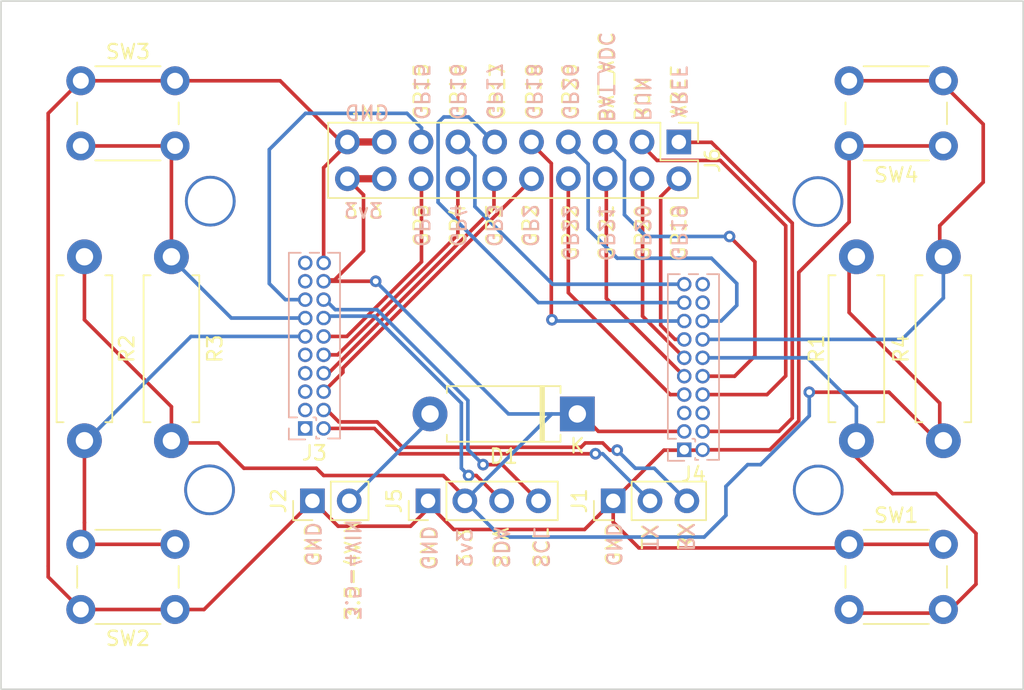
<source format=kicad_pcb>
(kicad_pcb (version 20211014) (generator pcbnew)
  (layers (0 "F.Cu" signal) (31 "B.Cu" signal) (34 "B.Paste" user) (35 "F.Paste" user) (36 "B.SilkS" user "B.Silkscreen") (37 "F.SilkS" user "F.Silkscreen") (38 "B.Mask" user) (39 "F.Mask" user) (44 "Edge.Cuts" user))
  (net 0 "")
  (net 1 "VDD")
  (net 2 "GP22")
  (net 3 "GP20")
  (net 4 "GP21")
  (net 5 "GP19")
  (net 6 "GND")
  (net 7 "UART_TX")
  (net 8 "UART_RX")
  (net 9 "LCD_DC")
  (net 10 "LCD_CS")
  (net 11 "LCD_CLK")
  (net 12 "GP2")
  (net 13 "LCD_DIN")
  (net 14 "GP3")
  (net 15 "LCD_RST")
  (net 16 "GP4")
  (net 17 "GP13")
  (net 18 "GP5")
  (net 19 "GP14")
  (net 20 "SDA")
  (net 21 "GP15")
  (net 22 "SCL")
  (net 23 "SWCLK")
  (net 24 "SWDIO")
  (net 25 "AREF")
  (net 26 "IMU_INT1")
  (net 27 "BOOT")
  (net 28 "RUN")
  (net 29 "BAT_ADC")
  (net 30 "GP28")
  (net 31 "GP27")
  (net 32 "GP18")
  (net 33 "GP26")
  (net 34 "GP17")
  (net 35 "LCD_BL")
  (net 36 "GP16")
  (net 37 "IMU_INT2")
  (net 38 "Net-(D1-Pad2)")
  (footprint "Button_Switch_THT:SW_PUSH_6mm" (layer "F.Cu") (at 152.75 126.5)
    (fp_text reference "SW1" (at 3.25 -2) (layer "F.SilkS"))
    (fp_text value "SW_Push")
    (fp_line (start 6.75 3) (end 6.75 1.5) (layer "F.SilkS") (width 0.12))
    (fp_line (start 1 5.5) (end 5.5 5.5) (layer "F.SilkS") (width 0.12))
    (fp_line (start -0.25 1.5) (end -0.25 3) (layer "F.SilkS") (width 0.12))
    (fp_line (start 5.5 -1) (end 1 -1) (layer "F.SilkS") (width 0.12))
    (pad "1" thru_hole circle (at 6.5 0 90) (size 2 2) (drill 1.1) (layers *.Cu *.Mask) (net 6 "GND"))
    (pad "1" thru_hole circle (at 0 0 90) (size 2 2) (drill 1.1) (layers *.Cu *.Mask) (net 6 "GND"))
    (pad "2" thru_hole circle (at 6.5 4.5 90) (size 2 2) (drill 1.1) (layers *.Cu *.Mask) (net 30 "GP28"))
    (pad "2" thru_hole circle (at 0 4.5 90) (size 2 2) (drill 1.1) (layers *.Cu *.Mask) (net 30 "GP28"))
  )
  (footprint "Connector_PinHeader_2.54mm:PinHeader_1x04_P2.54mm_Vertical" (layer "F.Cu") (at 123.7 123.5 90)
    (fp_text reference "J5" (at 0 -2.33 90) (layer "F.SilkS"))
    (fp_text value "Conn_01x04_Female")
    (fp_line (start -1.33 1.27) (end 1.33 1.27) (layer "F.SilkS") (width 0.12))
    (fp_line (start -1.33 0) (end -1.33 -1.33) (layer "F.SilkS") (width 0.12))
    (fp_line (start -1.33 8.95) (end 1.33 8.95) (layer "F.SilkS") (width 0.12))
    (fp_line (start 1.33 1.27) (end 1.33 8.95) (layer "F.SilkS") (width 0.12))
    (fp_line (start -1.33 -1.33) (end 0 -1.33) (layer "F.SilkS") (width 0.12))
    (fp_line (start -1.33 1.27) (end -1.33 8.95) (layer "F.SilkS") (width 0.12))
    (pad "1" thru_hole rect (at 0 0 90) (size 1.7 1.7) (drill 1) (layers *.Cu *.Mask) (net 6 "GND"))
    (pad "2" thru_hole oval (at 0 2.54 90) (size 1.7 1.7) (drill 1) (layers *.Cu *.Mask) (net 1 "VDD"))
    (pad "3" thru_hole oval (at 0 5.08 90) (size 1.7 1.7) (drill 1) (layers *.Cu *.Mask) (net 20 "SDA"))
    (pad "4" thru_hole oval (at 0 7.62 90) (size 1.7 1.7) (drill 1) (layers *.Cu *.Mask) (net 22 "SCL"))
  )
  (footprint "Resistor_THT:R_Axial_DIN0411_L9.9mm_D3.6mm_P12.70mm_Horizontal" (layer "F.Cu") (at 159.25 119.35 90)
    (fp_text reference "R4" (at 6.35 -2.92 90) (layer "F.SilkS"))
    (fp_text value "10k")
    (fp_line (start 11.42 -1.92) (end 11.42 -1.44) (layer "F.SilkS") (width 0.12))
    (fp_line (start 1.28 -1.92) (end 11.42 -1.92) (layer "F.SilkS") (width 0.12))
    (fp_line (start 1.28 -1.44) (end 1.28 -1.92) (layer "F.SilkS") (width 0.12))
    (fp_line (start 1.28 1.92) (end 11.42 1.92) (layer "F.SilkS") (width 0.12))
    (fp_line (start 1.28 1.44) (end 1.28 1.92) (layer "F.SilkS") (width 0.12))
    (fp_line (start 11.42 1.92) (end 11.42 1.44) (layer "F.SilkS") (width 0.12))
    (pad "1" thru_hole circle (at 0 0 90) (size 2.4 2.4) (drill 1.2) (layers *.Cu *.Mask) (net 1 "VDD"))
    (pad "2" thru_hole oval (at 12.7 0 90) (size 2.4 2.4) (drill 1.2) (layers *.Cu *.Mask) (net 31 "GP27"))
  )
  (footprint "Button_Switch_THT:SW_PUSH_6mm" (layer "F.Cu") (at 99.75 94.5)
    (fp_text reference "SW3" (at 3.25 -2) (layer "F.SilkS"))
    (fp_text value "SW_Push")
    (fp_line (start 6.75 3) (end 6.75 1.5) (layer "F.SilkS") (width 0.12))
    (fp_line (start 5.5 -1) (end 1 -1) (layer "F.SilkS") (width 0.12))
    (fp_line (start 1 5.5) (end 5.5 5.5) (layer "F.SilkS") (width 0.12))
    (fp_line (start -0.25 1.5) (end -0.25 3) (layer "F.SilkS") (width 0.12))
    (pad "1" thru_hole circle (at 0 0 90) (size 2 2) (drill 1.1) (layers *.Cu *.Mask) (net 6 "GND"))
    (pad "1" thru_hole circle (at 6.5 0 90) (size 2 2) (drill 1.1) (layers *.Cu *.Mask) (net 6 "GND"))
    (pad "2" thru_hole circle (at 0 4.5 90) (size 2 2) (drill 1.1) (layers *.Cu *.Mask) (net 19 "GP14"))
    (pad "2" thru_hole circle (at 6.5 4.5 90) (size 2 2) (drill 1.1) (layers *.Cu *.Mask) (net 19 "GP14"))
  )
  (footprint "Connector_PinHeader_2.54mm:PinHeader_2x10_P2.54mm_Vertical" (layer "F.Cu") (at 141 98.725 -90)
    (fp_text reference "J6" (at 1.27 -2.33 90) (layer "F.SilkS"))
    (fp_text value "Conn_02x10_Odd_Even")
    (fp_line (start 1.27 1.27) (end 1.27 -1.33) (layer "F.SilkS") (width 0.12))
    (fp_line (start -1.33 1.27) (end -1.33 24.19) (layer "F.SilkS") (width 0.12))
    (fp_line (start -1.33 0) (end -1.33 -1.33) (layer "F.SilkS") (width 0.12))
    (fp_line (start -1.33 -1.33) (end 0 -1.33) (layer "F.SilkS") (width 0.12))
    (fp_line (start -1.33 1.27) (end 1.27 1.27) (layer "F.SilkS") (width 0.12))
    (fp_line (start 3.87 -1.33) (end 3.87 24.19) (layer "F.SilkS") (width 0.12))
    (fp_line (start 1.27 -1.33) (end 3.87 -1.33) (layer "F.SilkS") (width 0.12))
    (fp_line (start -1.33 24.19) (end 3.87 24.19) (layer "F.SilkS") (width 0.12))
    (pad "1" thru_hole rect (at 0 0 270) (size 1.7 1.7) (drill 1) (layers *.Cu *.Mask) (net 25 "AREF"))
    (pad "2" thru_hole oval (at 2.54 0 270) (size 1.7 1.7) (drill 1) (layers *.Cu *.Mask) (net 5 "GP19"))
    (pad "3" thru_hole oval (at 0 2.54 270) (size 1.7 1.7) (drill 1) (layers *.Cu *.Mask) (net 28 "RUN"))
    (pad "4" thru_hole oval (at 2.54 2.54 270) (size 1.7 1.7) (drill 1) (layers *.Cu *.Mask) (net 3 "GP20"))
    (pad "5" thru_hole oval (at 0 5.08 270) (size 1.7 1.7) (drill 1) (layers *.Cu *.Mask) (net 29 "BAT_ADC"))
    (pad "6" thru_hole oval (at 2.54 5.08 270) (size 1.7 1.7) (drill 1) (layers *.Cu *.Mask) (net 4 "GP21"))
    (pad "7" thru_hole oval (at 0 7.62 270) (size 1.7 1.7) (drill 1) (layers *.Cu *.Mask) (net 33 "GP26"))
    (pad "8" thru_hole oval (at 2.54 7.62 270) (size 1.7 1.7) (drill 1) (layers *.Cu *.Mask) (net 2 "GP22"))
    (pad "9" thru_hole oval (at 0 10.16 270) (size 1.7 1.7) (drill 1) (layers *.Cu *.Mask) (net 32 "GP18"))
    (pad "10" thru_hole oval (at 2.54 10.16 270) (size 1.7 1.7) (drill 1) (layers *.Cu *.Mask) (net 12 "GP2"))
    (pad "11" thru_hole oval (at 0 12.7 270) (size 1.7 1.7) (drill 1) (layers *.Cu *.Mask) (net 34 "GP17"))
    (pad "12" thru_hole oval (at 2.54 12.7 270) (size 1.7 1.7) (drill 1) (layers *.Cu *.Mask) (net 14 "GP3"))
    (pad "13" thru_hole oval (at 0 15.24 270) (size 1.7 1.7) (drill 1) (layers *.Cu *.Mask) (net 36 "GP16"))
    (pad "14" thru_hole oval (at 2.54 15.24 270) (size 1.7 1.7) (drill 1) (layers *.Cu *.Mask) (net 16 "GP4"))
    (pad "15" thru_hole oval (at 0 17.78 270) (size 1.7 1.7) (drill 1) (layers *.Cu *.Mask) (net 21 "GP15"))
    (pad "16" thru_hole oval (at 2.54 17.78 270) (size 1.7 1.7) (drill 1) (layers *.Cu *.Mask) (net 18 "GP5"))
    (pad "17" thru_hole oval (at 0 20.32 270) (size 1.7 1.7) (drill 1) (layers *.Cu *.Mask) (net 6 "GND"))
    (pad "18" thru_hole oval (at 2.54 20.32 270) (size 1.7 1.7) (drill 1) (layers *.Cu *.Mask) (net 1 "VDD"))
    (pad "19" thru_hole oval (at 0 22.86 270) (size 1.7 1.7) (drill 1) (layers *.Cu *.Mask) (net 6 "GND"))
    (pad "20" thru_hole oval (at 2.54 22.86 270) (size 1.7 1.7) (drill 1) (layers *.Cu *.Mask) (net 1 "VDD"))
  )
  (footprint "Diode_THT:D_DO-15_P10.16mm_Horizontal" (layer "F.Cu") (at 134 117.5 180)
    (fp_text reference "D1" (at 5.08 -2.92) (layer "F.SilkS"))
    (fp_text value "D_Schottky")
    (fp_text user "K" (at 0 -2.2) (layer "F.SilkS"))
    (fp_line (start 2.42 -1.92) (end 2.42 1.92) (layer "F.SilkS") (width 0.12))
    (fp_line (start 1.16 1.92) (end 9 1.92) (layer "F.SilkS") (width 0.12))
    (fp_line (start 2.54 -1.92) (end 2.54 1.92) (layer "F.SilkS") (width 0.12))
    (fp_line (start 9 -1.92) (end 9 -1.44) (layer "F.SilkS") (width 0.12))
    (fp_line (start 1.16 -1.44) (end 1.16 -1.92) (layer "F.SilkS") (width 0.12))
    (fp_line (start 9 1.92) (end 9 1.44) (layer "F.SilkS") (width 0.12))
    (fp_line (start 2.3 -1.92) (end 2.3 1.92) (layer "F.SilkS") (width 0.12))
    (fp_line (start 1.16 -1.92) (end 9 -1.92) (layer "F.SilkS") (width 0.12))
    (fp_line (start 1.16 1.44) (end 1.16 1.92) (layer "F.SilkS") (width 0.12))
    (pad "1" thru_hole rect (at 0 0 180) (size 2.4 2.4) (drill 1.2) (layers *.Cu *.Mask) (net 1 "VDD"))
    (pad "2" thru_hole oval (at 10.16 0 180) (size 2.4 2.4) (drill 1.2) (layers *.Cu *.Mask) (net 38 "Net-(D1-Pad2)"))
  )
  (footprint "Connector_PinHeader_2.54mm:PinHeader_1x03_P2.54mm_Vertical" (layer "F.Cu") (at 136.475 123.5 90)
    (fp_text reference "J1" (at 0 -2.33 90) (layer "F.SilkS"))
    (fp_text value "Conn_01x03_Female")
    (fp_line (start -1.33 0) (end -1.33 -1.33) (layer "F.SilkS") (width 0.12))
    (fp_line (start -1.33 1.27) (end -1.33 6.41) (layer "F.SilkS") (width 0.12))
    (fp_line (start -1.33 1.27) (end 1.33 1.27) (layer "F.SilkS") (width 0.12))
    (fp_line (start 1.33 1.27) (end 1.33 6.41) (layer "F.SilkS") (width 0.12))
    (fp_line (start -1.33 -1.33) (end 0 -1.33) (layer "F.SilkS") (width 0.12))
    (fp_line (start -1.33 6.41) (end 1.33 6.41) (layer "F.SilkS") (width 0.12))
    (pad "1" thru_hole rect (at 0 0 90) (size 1.7 1.7) (drill 1) (layers *.Cu *.Mask) (net 6 "GND"))
    (pad "2" thru_hole oval (at 0 2.54 90) (size 1.7 1.7) (drill 1) (layers *.Cu *.Mask) (net 7 "UART_TX"))
    (pad "3" thru_hole oval (at 0 5.08 90) (size 1.7 1.7) (drill 1) (layers *.Cu *.Mask) (net 8 "UART_RX"))
  )
  (footprint "Connector_PinHeader_2.54mm:PinHeader_1x02_P2.54mm_Vertical" (layer "F.Cu") (at 115.725 123.5 90)
    (fp_text reference "J2" (at 0 -2.33 90) (layer "F.SilkS"))
    (fp_text value "Conn_01x02_Female")
    (fp_line (start -1.33 1.27) (end -1.33 3.87) (layer "F.SilkS") (width 0.12))
    (fp_line (start -1.33 -1.33) (end 0 -1.33) (layer "F.SilkS") (width 0.12))
    (fp_line (start -1.33 1.27) (end 1.33 1.27) (layer "F.SilkS") (width 0.12))
    (fp_line (start 1.33 1.27) (end 1.33 3.87) (layer "F.SilkS") (width 0.12))
    (fp_line (start -1.33 3.87) (end 1.33 3.87) (layer "F.SilkS") (width 0.12))
    (fp_line (start -1.33 0) (end -1.33 -1.33) (layer "F.SilkS") (width 0.12))
    (pad "1" thru_hole rect (at 0 0 90) (size 1.7 1.7) (drill 1) (layers *.Cu *.Mask) (net 6 "GND"))
    (pad "2" thru_hole oval (at 0 2.54 90) (size 1.7 1.7) (drill 1) (layers *.Cu *.Mask) (net 38 "Net-(D1-Pad2)"))
  )
  (footprint "Resistor_THT:R_Axial_DIN0411_L9.9mm_D3.6mm_P12.70mm_Horizontal" (layer "F.Cu") (at 153.25 106.65 -90)
    (fp_text reference "R1" (at 6.35 2.75 90) (layer "F.SilkS"))
    (fp_text value "10k")
    (fp_line (start 1.28 -1.92) (end 11.42 -1.92) (layer "F.SilkS") (width 0.12))
    (fp_line (start 1.28 1.44) (end 1.28 1.92) (layer "F.SilkS") (width 0.12))
    (fp_line (start 1.28 1.92) (end 11.42 1.92) (layer "F.SilkS") (width 0.12))
    (fp_line (start 11.42 -1.92) (end 11.42 -1.44) (layer "F.SilkS") (width 0.12))
    (fp_line (start 11.42 1.92) (end 11.42 1.44) (layer "F.SilkS") (width 0.12))
    (fp_line (start 1.28 -1.44) (end 1.28 -1.92) (layer "F.SilkS") (width 0.12))
    (pad "1" thru_hole circle (at 0 0 270) (size 2.4 2.4) (drill 1.2) (layers *.Cu *.Mask) (net 1 "VDD"))
    (pad "2" thru_hole oval (at 12.7 0 270) (size 2.4 2.4) (drill 1.2) (layers *.Cu *.Mask) (net 30 "GP28"))
  )
  (footprint "Button_Switch_THT:SW_PUSH_6mm" (layer "F.Cu") (at 159.25 99 180)
    (fp_text reference "SW4" (at 3.25 -2) (layer "F.SilkS"))
    (fp_text value "SW_Push")
    (fp_line (start -0.25 1.5) (end -0.25 3) (layer "F.SilkS") (width 0.12))
    (fp_line (start 6.75 3) (end 6.75 1.5) (layer "F.SilkS") (width 0.12))
    (fp_line (start 5.5 -1) (end 1 -1) (layer "F.SilkS") (width 0.12))
    (fp_line (start 1 5.5) (end 5.5 5.5) (layer "F.SilkS") (width 0.12))
    (pad "1" thru_hole circle (at 0 0 270) (size 2 2) (drill 1.1) (layers *.Cu *.Mask) (net 6 "GND"))
    (pad "1" thru_hole circle (at 6.5 0 270) (size 2 2) (drill 1.1) (layers *.Cu *.Mask) (net 6 "GND"))
    (pad "2" thru_hole circle (at 0 4.5 270) (size 2 2) (drill 1.1) (layers *.Cu *.Mask) (net 31 "GP27"))
    (pad "2" thru_hole circle (at 6.5 4.5 270) (size 2 2) (drill 1.1) (layers *.Cu *.Mask) (net 31 "GP27"))
  )
  (footprint "Resistor_THT:R_Axial_DIN0411_L9.9mm_D3.6mm_P12.70mm_Horizontal" (layer "F.Cu") (at 106 119.35 90)
    (fp_text reference "R3" (at 6.35 3 90) (layer "F.SilkS"))
    (fp_text value "10k")
    (fp_line (start 1.28 -1.92) (end 11.42 -1.92) (layer "F.SilkS") (width 0.12))
    (fp_line (start 11.42 -1.92) (end 11.42 -1.44) (layer "F.SilkS") (width 0.12))
    (fp_line (start 1.28 1.44) (end 1.28 1.92) (layer "F.SilkS") (width 0.12))
    (fp_line (start 1.28 1.92) (end 11.42 1.92) (layer "F.SilkS") (width 0.12))
    (fp_line (start 11.42 1.92) (end 11.42 1.44) (layer "F.SilkS") (width 0.12))
    (fp_line (start 1.28 -1.44) (end 1.28 -1.92) (layer "F.SilkS") (width 0.12))
    (pad "1" thru_hole circle (at 0 0 90) (size 2.4 2.4) (drill 1.2) (layers *.Cu *.Mask) (net 1 "VDD"))
    (pad "2" thru_hole oval (at 12.7 0 90) (size 2.4 2.4) (drill 1.2) (layers *.Cu *.Mask) (net 19 "GP14"))
  )
  (footprint "Resistor_THT:R_Axial_DIN0411_L9.9mm_D3.6mm_P12.70mm_Horizontal" (layer "F.Cu") (at 100 106.65 -90)
    (fp_text reference "R2" (at 6.35 -2.92 90) (layer "F.SilkS"))
    (fp_text value "10k")
    (fp_line (start 1.28 -1.92) (end 11.42 -1.92) (layer "F.SilkS") (width 0.12))
    (fp_line (start 1.28 1.92) (end 11.42 1.92) (layer "F.SilkS") (width 0.12))
    (fp_line (start 1.28 1.44) (end 1.28 1.92) (layer "F.SilkS") (width 0.12))
    (fp_line (start 11.42 1.92) (end 11.42 1.44) (layer "F.SilkS") (width 0.12))
    (fp_line (start 11.42 -1.92) (end 11.42 -1.44) (layer "F.SilkS") (width 0.12))
    (fp_line (start 1.28 -1.44) (end 1.28 -1.92) (layer "F.SilkS") (width 0.12))
    (pad "1" thru_hole circle (at 0 0 270) (size 2.4 2.4) (drill 1.2) (layers *.Cu *.Mask) (net 1 "VDD"))
    (pad "2" thru_hole oval (at 12.7 0 270) (size 2.4 2.4) (drill 1.2) (layers *.Cu *.Mask) (net 17 "GP13"))
  )
  (footprint "Button_Switch_THT:SW_PUSH_6mm" (layer "F.Cu") (at 106.25 131 180)
    (fp_text reference "SW2" (at 3.25 -2) (layer "F.SilkS"))
    (fp_text value "SW_Push")
    (fp_line (start 5.5 -1) (end 1 -1) (layer "F.SilkS") (width 0.12))
    (fp_line (start -0.25 1.5) (end -0.25 3) (layer "F.SilkS") (width 0.12))
    (fp_line (start 6.75 3) (end 6.75 1.5) (layer "F.SilkS") (width 0.12))
    (fp_line (start 1 5.5) (end 5.5 5.5) (layer "F.SilkS") (width 0.12))
    (pad "1" thru_hole circle (at 6.5 0 270) (size 2 2) (drill 1.1) (layers *.Cu *.Mask) (net 6 "GND"))
    (pad "1" thru_hole circle (at 0 0 270) (size 2 2) (drill 1.1) (layers *.Cu *.Mask) (net 6 "GND"))
    (pad "2" thru_hole circle (at 0 4.5 270) (size 2 2) (drill 1.1) (layers *.Cu *.Mask) (net 17 "GP13"))
    (pad "2" thru_hole circle (at 6.5 4.5 270) (size 2 2) (drill 1.1) (layers *.Cu *.Mask) (net 17 "GP13"))
  )
  (footprint "Connector_PinHeader_1.27mm:PinHeader_2x10_P1.27mm_Vertical" (layer "B.Cu") (at 115.23 118.5)
    (fp_text reference "J3" (at 0.635 1.695) (layer "F.SilkS"))
    (fp_text value "Conn_02x10_Odd_Even")
    (fp_line (start -1.13 0) (end -1.13 0.76) (layer "B.SilkS") (width 0.12))
    (fp_line (start 1.57753 -12.125) (end 2.4 -12.125) (layer "B.SilkS") (width 0.12))
    (fp_line (start 0.76 0.563471) (end 0.76 0.695) (layer "B.SilkS") (width 0.12))
    (fp_line (start -1.13 -0.76) (end -0.563471 -0.76) (layer "B.SilkS") (width 0.12))
    (fp_line (start 0.563471 -0.76) (end 0.706529 -0.76) (layer "B.SilkS") (width 0.12))
    (fp_line (start -1.13 -0.76) (end -1.13 -12.125) (layer "B.SilkS") (width 0.12))
    (fp_line (start -1.13 -12.125) (end -0.30753 -12.125) (layer "B.SilkS") (width 0.12))
    (fp_line (start 2.4 0.695) (end 2.4 -12.125) (layer "B.SilkS") (width 0.12))
    (fp_line (start 0.30753 -12.125) (end 0.96247 -12.125) (layer "B.SilkS") (width 0.12))
    (fp_line (start 1.57753 0.695) (end 2.4 0.695) (layer "B.SilkS") (width 0.12))
    (fp_line (start 0.76 -0.706529) (end 0.76 -0.563471) (layer "B.SilkS") (width 0.12))
    (fp_line (start -1.13 0.76) (end 0 0.76) (layer "B.SilkS") (width 0.12))
    (fp_line (start 0.76 0.695) (end 0.96247 0.695) (layer "B.SilkS") (width 0.12))
    (pad "1" thru_hole rect locked (at 0 0) (size 1 1) (drill 0.65) (layers *.Cu *.Mask) (net 9 "LCD_DC"))
    (pad "2" thru_hole oval locked (at 1.27 0) (size 1 1) (drill 0.65) (layers *.Cu *.Mask) (net 7 "UART_TX"))
    (pad "3" thru_hole oval locked (at 0 -1.27) (size 1 1) (drill 0.65) (layers *.Cu *.Mask) (net 10 "LCD_CS"))
    (pad "4" thru_hole oval locked (at 1.27 -1.27) (size 1 1) (drill 0.65) (layers *.Cu *.Mask) (net 8 "UART_RX"))
    (pad "5" thru_hole oval locked (at 0 -2.54) (size 1 1) (drill 0.65) (layers *.Cu *.Mask) (net 11 "LCD_CLK"))
    (pad "6" thru_hole oval locked (at 1.27 -2.54) (size 1 1) (drill 0.65) (layers *.Cu *.Mask) (net 12 "GP2"))
    (pad "7" thru_hole oval locked (at 0 -3.81) (size 1 1) (drill 0.65) (layers *.Cu *.Mask) (net 13 "LCD_DIN"))
    (pad "8" thru_hole oval locked (at 1.27 -3.81) (size 1 1) (drill 0.65) (layers *.Cu *.Mask) (net 14 "GP3"))
    (pad "9" thru_hole oval locked (at 0 -5.08) (size 1 1) (drill 0.65) (layers *.Cu *.Mask) (net 15 "LCD_RST"))
    (pad "10" thru_hole oval locked (at 1.27 -5.08) (size 1 1) (drill 0.65) (layers *.Cu *.Mask) (net 16 "GP4"))
    (pad "11" thru_hole oval locked (at 0 -6.35) (size 1 1) (drill 0.65) (layers *.Cu *.Mask) (net 17 "GP13"))
    (pad "12" thru_hole oval locked (at 1.27 -6.35) (size 1 1) (drill 0.65) (layers *.Cu *.Mask) (net 18 "GP5"))
    (pad "13" thru_hole oval locked (at 0 -7.62) (size 1 1) (drill 0.65) (layers *.Cu *.Mask) (net 19 "GP14"))
    (pad "14" thru_hole oval locked (at 1.27 -7.62) (size 1 1) (drill 0.65) (layers *.Cu *.Mask) (net 20 "SDA"))
    (pad "15" thru_hole oval locked (at 0 -8.89) (size 1 1) (drill 0.65) (layers *.Cu *.Mask) (net 21 "GP15"))
    (pad "16" thru_hole oval locked (at 1.27 -8.89) (size 1 1) (drill 0.65) (layers *.Cu *.Mask) (net 22 "SCL"))
    (pad "17" thru_hole oval locked (at 0 -10.16) (size 1 1) (drill 0.65) (layers *.Cu *.Mask) (net 23 "SWCLK"))
    (pad "18" thru_hole oval locked (at 1.27 -10.16) (size 1 1) (drill 0.65) (layers *.Cu *.Mask) (net 1 "VDD"))
    (pad "19" thru_hole oval locked (at 0 -11.43) (size 1 1) (drill 0.65) (layers *.Cu *.Mask) (net 24 "SWDIO"))
    (pad "20" thru_hole oval locked (at 1.27 -11.43) (size 1 1) (drill 0.65) (layers *.Cu *.Mask) (net 6 "GND"))
  )
  (footprint "Connector_PinHeader_1.27mm:PinHeader_2x10_P1.27mm_Vertical" (layer "B.Cu") (at 141.375 119.975)
    (fp_text reference "J4" (at 0.635 1.695) (layer "F.SilkS"))
    (fp_text value "Conn_02x10_Odd_Even")
    (fp_line (start 0.76 -0.706529) (end 0.76 -0.563471) (layer "B.SilkS") (width 0.12))
    (fp_line (start -1.13 -0.76) (end -0.563471 -0.76) (layer "B.SilkS") (width 0.12))
    (fp_line (start 0.76 0.695) (end 0.96247 0.695) (layer "B.SilkS") (width 0.12))
    (fp_line (start -1.13 -12.125) (end -0.30753 -12.125) (layer "B.SilkS") (width 0.12))
    (fp_line (start -1.13 0.76) (end 0 0.76) (layer "B.SilkS") (width 0.12))
    (fp_line (start 2.4 0.695) (end 2.4 -12.125) (layer "B.SilkS") (width 0.12))
    (fp_line (start 0.563471 -0.76) (end 0.706529 -0.76) (layer "B.SilkS") (width 0.12))
    (fp_line (start 0.30753 -12.125) (end 0.96247 -12.125) (layer "B.SilkS") (width 0.12))
    (fp_line (start -1.13 -0.76) (end -1.13 -12.125) (layer "B.SilkS") (width 0.12))
    (fp_line (start 1.57753 -12.125) (end 2.4 -12.125) (layer "B.SilkS") (width 0.12))
    (fp_line (start 0.76 0.563471) (end 0.76 0.695) (layer "B.SilkS") (width 0.12))
    (fp_line (start 1.57753 0.695) (end 2.4 0.695) (layer "B.SilkS") (width 0.12))
    (fp_line (start -1.13 0) (end -1.13 0.76) (layer "B.SilkS") (width 0.12))
    (pad "1" thru_hole rect locked (at 0 0) (size 1 1) (drill 0.65) (layers *.Cu *.Mask) (net 6 "GND"))
    (pad "2" thru_hole oval locked (at 1.27 0) (size 1 1) (drill 0.65) (layers *.Cu *.Mask) (net 6 "GND"))
    (pad "3" thru_hole oval locked (at 0 -1.27) (size 1 1) (drill 0.65) (layers *.Cu *.Mask) (net 1 "VDD"))
    (pad "4" thru_hole oval locked (at 1.27 -1.27) (size 1 1) (drill 0.65) (layers *.Cu *.Mask) (net 25 "AREF"))
    (pad "5" thru_hole oval locked (at 0 -2.54) (size 1 1) (drill 0.65) (layers *.Cu *.Mask) (net 26 "IMU_INT1"))
    (pad "6" thru_hole oval locked (at 1.27 -2.54) (size 1 1) (drill 0.65) (layers *.Cu *.Mask) (net 27 "BOOT"))
    (pad "7" thru_hole oval locked (at 0 -3.81) (size 1 1) (drill 0.65) (layers *.Cu *.Mask) (net 2 "GP22"))
    (pad "8" thru_hole oval locked (at 1.27 -3.81) (size 1 1) (drill 0.65) (layers *.Cu *.Mask) (net 28 "RUN"))
    (pad "9" thru_hole oval locked (at 0 -5.08) (size 1 1) (drill 0.65) (layers *.Cu *.Mask) (net 4 "GP21"))
    (pad "10" thru_hole oval locked (at 1.27 -5.08) (size 1 1) (drill 0.65) (layers *.Cu *.Mask) (net 29 "BAT_ADC"))
    (pad "11" thru_hole oval locked (at 0 -6.35) (size 1 1) (drill 0.65) (layers *.Cu *.Mask) (net 3 "GP20"))
    (pad "12" thru_hole oval locked (at 1.27 -6.35) (size 1 1) (drill 0.65) (layers *.Cu *.Mask) (net 30 "GP28"))
    (pad "13" thru_hole oval locked (at 0 -7.62) (size 1 1) (drill 0.65) (layers *.Cu *.Mask) (net 5 "GP19"))
    (pad "14" thru_hole oval locked (at 1.27 -7.62) (size 1 1) (drill 0.65) (layers *.Cu *.Mask) (net 31 "GP27"))
    (pad "15" thru_hole oval locked (at 0 -8.89) (size 1 1) (drill 0.65) (layers *.Cu *.Mask) (net 32 "GP18"))
    (pad "16" thru_hole oval locked (at 1.27 -8.89) (size 1 1) (drill 0.65) (layers *.Cu *.Mask) (net 33 "GP26"))
    (pad "17" thru_hole oval locked (at 0 -10.16) (size 1 1) (drill 0.65) (layers *.Cu *.Mask) (net 34 "GP17"))
    (pad "18" thru_hole oval locked (at 1.27 -10.16) (size 1 1) (drill 0.65) (layers *.Cu *.Mask) (net 35 "LCD_BL"))
    (pad "19" thru_hole oval locked (at 0 -11.43) (size 1 1) (drill 0.65) (layers *.Cu *.Mask) (net 36 "GP16"))
    (pad "20" thru_hole oval locked (at 1.27 -11.43) (size 1 1) (drill 0.65) (layers *.Cu *.Mask) (net 37 "IMU_INT2"))
  )
  (gr_rect (start 94.25 89) (end 164.75 136.5) (layer "Edge.Cuts") (width 0.1) (fill none))
  (gr_text "GP4" (at 125.75 104.5 -90) (layer "B.SilkS") (effects (font (size 1 1)) (justify mirror)))
  (gr_text "3.5-4VIN" (at 118.5 128.25 -90) (layer "B.SilkS") (effects (font (size 1 1)) (justify mirror)))
  (gr_text "GND\n" (at 115.75 126.5 -90) (layer "B.SilkS") (effects (font (size 1 1)) (justify mirror)))
  (gr_text "GP15" (at 123.25 95.25 -90) (layer "B.SilkS") (effects (font (size 1 1)) (justify mirror)))
  (gr_text "TX" (at 139 126 -90) (layer "B.SilkS") (effects (font (size 1 1)) (justify mirror)))
  (gr_text "GP17" (at 128.25 95.25 -90) (layer "B.SilkS") (effects (font (size 1 1)) (justify mirror)))
  (gr_text "GP5" (at 123.25 104.5 -90) (layer "B.SilkS") (effects (font (size 1 1)) (justify mirror)))
  (gr_text "GP26" (at 133.5 95.25 -90) (layer "B.SilkS") (effects (font (size 1 1)) (justify mirror)))
  (gr_text "GP22" (at 133.5 105 -90) (layer "B.SilkS") (effects (font (size 1 1)) (justify mirror)))
  (gr_text "GND\n" (at 136.5 126.5 -90) (layer "B.SilkS") (effects (font (size 1 1)) (justify mirror)))
  (gr_text "GND\n" (at 119.5 96.75) (layer "B.SilkS") (effects (font (size 1 1)) (justify mirror)))
  (gr_text "3v3\n" (at 119.25 103.5) (layer "B.SilkS") (effects (font (size 1 1)) (justify mirror)))
  (gr_text "GP19" (at 141 105 -90) (layer "B.SilkS") (effects (font (size 1 1)) (justify mirror)))
  (gr_text "GP18" (at 131 95.25 -90) (layer "B.SilkS") (effects (font (size 1 1)) (justify mirror)))
  (gr_text "RUN" (at 138.5 95.75 -90) (layer "B.SilkS") (effects (font (size 1 1)) (justify mirror)))
  (gr_text "BAT_ADC" (at 136 94.25 -90) (layer "B.SilkS") (effects (font (size 1 1)) (justify mirror)))
  (gr_text "SDA" (at 128.75 126.75 -90) (layer "B.SilkS") (effects (font (size 1 1)) (justify mirror)))
  (gr_text "AREF" (at 141 95.25 -90) (layer "B.SilkS") (effects (font (size 1 1)) (justify mirror)))
  (gr_text "RX" (at 141.5 126 -90) (layer "B.SilkS") (effects (font (size 1 1)) (justify mirror)))
  (gr_text "GP21" (at 136 105 -90) (layer "B.SilkS") (effects (font (size 1 1)) (justify mirror)))
  (gr_text "3v3\n" (at 126.25 126.75 90) (layer "B.SilkS") (effects (font (size 1 1)) (justify mirror)))
  (gr_text "GP20" (at 138.5 105 -90) (layer "B.SilkS") (effects (font (size 1 1)) (justify mirror)))
  (gr_text "GP16" (at 125.75 95.25 -90) (layer "B.SilkS") (effects (font (size 1 1)) (justify mirror)))
  (gr_text "SCL" (at 131.494903 126.741313 -90) (layer "B.SilkS") (effects (font (size 1 1)) (justify mirror)))
  (gr_text "GND\n" (at 123.75 126.75 -90) (layer "B.SilkS") (effects (font (size 1 1)) (justify mirror)))
  (gr_text "GP2" (at 130.75 104.5 -90) (layer "B.SilkS") (effects (font (size 1 1)) (justify mirror)))
  (gr_text "GP3" (at 128.25 104.5 -90) (layer "B.SilkS") (effects (font (size 1 1)) (justify mirror)))
  (gr_text "GP22" (at 133.5 105 90) (layer "F.SilkS") (effects (font (size 1 1))))
  (gr_text "GP16" (at 125.762188 95.250843 90) (layer "F.SilkS") (effects (font (size 1 1))))
  (gr_text "GP3" (at 128.25 104.5 90) (layer "F.SilkS") (effects (font (size 1 1))))
  (gr_text "BAT_ADC" (at 136 94.25 90) (layer "F.SilkS") (effects (font (size 1 1))))
  (gr_text "GP21" (at 136 105 90) (layer "F.SilkS") (effects (font (size 1 1))))
  (gr_text "GP2" (at 130.75 104.5 90) (layer "F.SilkS") (effects (font (size 1 1))))
  (gr_text "3v3\n" (at 119.25 103.5) (layer "F.SilkS") (effects (font (size 1 1))))
  (gr_text "3.5-4VIN" (at 118.5 128.25 90) (layer "F.SilkS") (effects (font (size 1 1))))
  (gr_text "GP18" (at 131 95.25 90) (layer "F.SilkS") (effects (font (size 1 1))))
  (gr_text "GND\n" (at 119.5 96.75) (layer "F.SilkS") (effects (font (size 1 1))))
  (gr_text "RX" (at 141.5 126 90) (layer "F.SilkS") (effects (font (size 1 1))))
  (gr_text "GP19" (at 141 105 90) (layer "F.SilkS") (effects (font (size 1 1))))
  (gr_text "GP15\n" (at 123.25 95.25 90) (layer "F.SilkS") (effects (font (size 1 1))))
  (gr_text "SCL" (at 131.5 126.75 90) (layer "F.SilkS") (effects (font (size 1 1))))
  (gr_text "GP4" (at 125.75 104.5 90) (layer "F.SilkS") (effects (font (size 1 1))))
  (gr_text "TX" (at 139 126 90) (layer "F.SilkS") (effects (font (size 1 1))))
  (gr_text "3v3\n" (at 126.25 126.75 90) (layer "F.SilkS") (effects (font (size 1 1))))
  (gr_text "SDA" (at 128.75 126.75 90) (layer "F.SilkS") (effects (font (size 1 1))))
  (gr_text "GP26" (at 133.5 95.25 90) (layer "F.SilkS") (effects (font (size 1 1))))
  (gr_text "GND\n" (at 115.75 126.5 90) (layer "F.SilkS") (effects (font (size 1 1))))
  (gr_text "GND\n" (at 123.75 126.75 90) (layer "F.SilkS") (effects (font (size 1 1))))
  (gr_text "RUN" (at 138.5 95.75 90) (layer "F.SilkS") (effects (font (size 1 1))))
  (gr_text "GP5" (at 123.25 104.5 90) (layer "F.SilkS") (effects (font (size 1 1))))
  (gr_text "GP17" (at 128.5 95.25 90) (layer "F.SilkS") (effects (font (size 1 1))))
  (gr_text "GND\n" (at 136.5 126.5 90) (layer "F.SilkS") (effects (font (size 1 1))))
  (gr_text "AREF" (at 141 95.25 90) (layer "F.SilkS") (effects (font (size 1 1))))
  (gr_text "GP20" (at 138.5 105 90) (layer "F.SilkS") (effects (font (size 1 1))))
  (via (at 150.62 122.75) (size 3.5) (drill 3.1) (layers "F.Cu" "B.Cu") (net 0))
  (via (at 108.63 122.74) (size 3.5) (drill 3.1) (layers "F.Cu" "B.Cu") (net 0))
  (via (at 108.68 102.81) (size 3.5) (drill 3.1) (layers "F.Cu" "B.Cu") (net 0))
  (via (at 150.6 102.84) (size 3.5) (drill 3.1) (layers "F.Cu" "B.Cu") (net 0))
  (segment (start 109.25 119.5) (end 106 119.5) (width 0.25) (layer "F.Cu") (net 1))
  (segment (start 135.455 118.705) (end 134.25 117.5) (width 0.25) (layer "F.Cu") (net 1))
  (segment (start 120.68 101.265) (end 118.265 101.265) (width 0.5) (layer "F.Cu") (net 1))
  (segment (start 141.375 118.705) (end 135.455 118.705) (width 0.25) (layer "F.Cu") (net 1))
  (segment (start 159 119.5) (end 155.5 116) (width 0.25) (layer "F.Cu") (net 1))
  (segment (start 119.25 106.25) (end 117.25 108.25) (width 0.25) (layer "F.Cu") (net 1))
  (segment (start 116 121.25) (end 111 121.25) (width 0.25) (layer "F.Cu") (net 1))
  (segment (start 106 119.35) (end 106 117) (width 0.25) (layer "F.Cu") (net 1))
  (segment (start 159 116.75) (end 152.75 110.5) (width 0.25) (layer "F.Cu") (net 1))
  (segment (start 111 121.25) (end 109.25 119.5) (width 0.25) (layer "F.Cu") (net 1))
  (segment (start 155.5 116) (end 150 116) (width 0.25) (layer "F.Cu") (net 1))
  (segment (start 126.25 123.25) (end 124.75 121.75) (width 0.25) (layer "F.Cu") (net 1))
  (segment (start 159 119.35) (end 159 116.75) (width 0.25) (layer "F.Cu") (net 1))
  (segment (start 152.75 110.5) (end 152.75 106.5) (width 0.25) (layer "F.Cu") (net 1))
  (segment (start 117.25 108.25) (end 116.5 108.25) (width 0.25) (layer "F.Cu") (net 1))
  (segment (start 124.75 121.75) (end 116.5 121.75) (width 0.25) (layer "F.Cu") (net 1))
  (segment (start 116.5 108.34) (end 120.09 108.34) (width 0.25) (layer "F.Cu") (net 1))
  (segment (start 100 111) (end 100 106.25) (width 0.25) (layer "F.Cu") (net 1))
  (segment (start 119.25 102.375) (end 119.25 106.25) (width 0.25) (layer "F.Cu") (net 1))
  (segment (start 118.14 101.265) (end 119.25 102.375) (width 0.25) (layer "F.Cu") (net 1))
  (segment (start 126.25 123.75) (end 126.25 123.25) (width 0.25) (layer "F.Cu") (net 1))
  (segment (start 116.5 121.75) (end 116 121.25) (width 0.25) (layer "F.Cu") (net 1))
  (segment (start 106 117) (end 100 111) (width 0.25) (layer "F.Cu") (net 1))
  (via (at 150 116) (size 0.8) (drill 0.4) (layers "F.Cu" "B.Cu") (net 1))
  (via (at 120.09 108.34) (size 0.8) (drill 0.4) (layers "F.Cu" "B.Cu") (net 1))
  (segment (start 126.24 123.5) (end 132.24 117.5) (width 0.25) (layer "B.Cu") (net 1))
  (segment (start 128.75 126) (end 126.25 123.5) (width 0.25) (layer "B.Cu") (net 1))
  (segment (start 144.25 122.5) (end 144.25 124.5) (width 0.25) (layer "B.Cu") (net 1))
  (segment (start 144.25 124.5) (end 142.75 126) (width 0.25) (layer "B.Cu") (net 1))
  (segment (start 150 117.635718) (end 146.635718 121) (width 0.25) (layer "B.Cu") (net 1))
  (segment (start 132.24 117.5) (end 134 117.5) (width 0.25) (layer "B.Cu") (net 1))
  (segment (start 145.75 121) (end 144.25 122.5) (width 0.25) (layer "B.Cu") (net 1))
  (segment (start 142.75 126) (end 128.75 126) (width 0.25) (layer "B.Cu") (net 1))
  (segment (start 129.25 117.5) (end 132.24 117.5) (width 0.25) (layer "B.Cu") (net 1))
  (segment (start 150 116) (end 150 117.635718) (width 0.25) (layer "B.Cu") (net 1))
  (segment (start 120.09 108.34) (end 129.25 117.5) (width 0.25) (layer "B.Cu") (net 1))
  (segment (start 146.635718 121) (end 145.75 121) (width 0.25) (layer "B.Cu") (net 1))
  (segment (start 141.375 116.165) (end 140.415 116.165) (width 0.25) (layer "F.Cu") (net 2))
  (segment (start 133.38 101.265) (end 133.38 109.13) (width 0.25) (layer "F.Cu") (net 2))
  (segment (start 133.38 109.13) (end 134 109.75) (width 0.25) (layer "F.Cu") (net 2))
  (segment (start 140.415 116.165) (end 134 109.75) (width 0.25) (layer "F.Cu") (net 2))
  (segment (start 138.5 110.75) (end 138.5 101.25) (width 0.25) (layer "F.Cu") (net 3))
  (segment (start 141.375 113.625) (end 138.5 110.75) (width 0.25) (layer "F.Cu") (net 3))
  (segment (start 141 115) (end 141.25 115) (width 0.25) (layer "F.Cu") (net 4))
  (segment (start 136 109.52) (end 136 109.5) (width 0.25) (layer "F.Cu") (net 4))
  (segment (start 136 109.5) (end 136 101.25) (width 0.25) (layer "F.Cu") (net 4))
  (segment (start 141.375 114.895) (end 136 109.52) (width 0.25) (layer "F.Cu") (net 4))
  (segment (start 140.740718 112.355) (end 139.75 111.364282) (width 0.25) (layer "F.Cu") (net 5))
  (segment (start 141.375 112.355) (end 140.740718 112.355) (width 0.25) (layer "F.Cu") (net 5))
  (segment (start 139.75 102.5) (end 141 101.25) (width 0.25) (layer "F.Cu") (net 5))
  (segment (start 139.75 111.364282) (end 139.75 102.5) (width 0.25) (layer "F.Cu") (net 5))
  (segment (start 136.475 123.5) (end 136.475 124.975) (width 0.25) (layer "F.Cu") (net 6))
  (segment (start 106.25 94.5) (end 99.75 94.5) (width 0.25) (layer "F.Cu") (net 6))
  (segment (start 108.25 131) (end 115.75 123.5) (width 0.25) (layer "F.Cu") (net 6))
  (segment (start 147.275 119.975) (end 142.645 119.975) (width 0.25) (layer "F.Cu") (net 6))
  (segment (start 97.5 128) (end 97.5 97.25) (width 0.25) (layer "F.Cu") (net 6))
  (segment (start 113.5 94.5) (end 106.25 94.5) (width 0.25) (layer "F.Cu") (net 6))
  (segment (start 123.7 124.05) (end 122.5 125.25) (width 0.25) (layer "F.Cu") (net 6))
  (segment (start 125.475 125.475) (end 123.75 123.75) (width 0.25) (layer "F.Cu") (net 6))
  (segment (start 136.475 124.975) (end 138.25 126.75) (width 0.25) (layer "F.Cu") (net 6))
  (segment (start 116.5 107.07) (end 116.5 100.5) (width 0.25) (layer "F.Cu") (net 6))
  (segment (start 149.275489 117.974511) (end 147.275 119.975) (width 0.25) (layer "F.Cu") (net 6))
  (segment (start 152.75 126.5) (end 159.25 126.5) (width 0.25) (layer "F.Cu") (net 6))
  (segment (start 149.275489 107.724511) (end 149.275489 117.974511) (width 0.25) (layer "F.Cu") (net 6))
  (segment (start 100 94.25) (end 97.5 96.75) (width 0.25) (layer "F.Cu") (net 6))
  (segment (start 106.25 131) (end 108.25 131) (width 0.25) (layer "F.Cu") (net 6))
  (segment (start 99.75 131) (end 97.5 128.75) (width 0.25) (layer "F.Cu") (net 6))
  (segment (start 118.14 98.725) (end 120.725 98.725) (width 0.5) (layer "F.Cu") (net 6))
  (segment (start 152.75 99) (end 152.75 104.25) (width 0.25) (layer "F.Cu") (net 6))
  (segment (start 134.5 125.475) (end 125.475 125.475) (width 0.25) (layer "F.Cu") (net 6))
  (segment (start 159.25 99) (end 152.75 99) (width 0.25) (layer "F.Cu") (net 6))
  (segment (start 113.75 94.75) (end 118 99) (width 0.25) (layer "F.Cu") (net 6))
  (segment (start 139.975 120) (end 142.75 120) (width 0.25) (layer "F.Cu") (net 6))
  (segment (start 97.5 128.75) (end 97.5 128) (width 0.25) (layer "F.Cu") (net 6))
  (segment (start 136.475 123.5) (end 134.5 125.475) (width 0.25) (layer "F.Cu") (net 6))
  (segment (start 122.5 125.25) (end 117.5 125.25) (width 0.25) (layer "F.Cu") (net 6))
  (segment (start 136.475 123.5) (end 139.975 120) (width 0.25) (layer "F.Cu") (net 6))
  (segment (start 138.25 126.75) (end 152.75 126.75) (width 0.25) (layer "F.Cu") (net 6))
  (segment (start 113.75 94.75) (end 113.5 94.5) (width 0.25) (layer "F.Cu") (net 6))
  (segment (start 159.25 99.25) (end 159.5 99) (width 0.25) (layer "F.Cu") (net 6))
  (segment (start 152.75 104.25) (end 149.275489 107.724511) (width 0.25) (layer "F.Cu") (net 6))
  (segment (start 117.5 125.25) (end 115.75 123.5) (width 0.25) (layer "F.Cu") (net 6))
  (segment (start 123.7 123.5) (end 123.7 124.05) (width 0.25) (layer "F.Cu") (net 6))
  (segment (start 99.75 131) (end 107 131) (width 0.25) (layer "F.Cu") (net 6))
  (segment (start 97.5 96.75) (end 97.5 97.25) (width 0.25) (layer "F.Cu") (net 6))
  (segment (start 116.5 100.5) (end 118.25 98.75) (width 0.25) (layer "F.Cu") (net 6))
  (segment (start 120 118.5) (end 121.5 120) (width 0.25) (layer "F.Cu") (net 7))
  (segment (start 118.5 118.5) (end 120 118.5) (width 0.25) (layer "F.Cu") (net 7))
  (segment (start 116.5 118.5) (end 117.75 118.5) (width 0.25) (layer "F.Cu") (net 7))
  (segment (start 121.75 120.25) (end 135.25 120.25) (width 0.25) (layer "F.Cu") (net 7))
  (segment (start 117.75 118.5) (end 118.5 118.5) (width 0.25) (layer "F.Cu") (net 7))
  (segment (start 121.5 120) (end 121.75 120.25) (width 0.25) (layer "F.Cu") (net 7))
  (via (at 135.25 120.25) (size 0.8) (drill 0.4) (layers "F.Cu" "B.Cu") (net 7))
  (segment (start 135.75 120.25) (end 139 123.5) (width 0.25) (layer "B.Cu") (net 7))
  (segment (start 135.25 120.25) (end 135.75 120.25) (width 0.25) (layer "B.Cu") (net 7))
  (segment (start 116.75 117.25) (end 116.5 117.25) (width 0.25) (layer "F.Cu") (net 8))
  (segment (start 121.936198 119.80048) (end 120.186198 118.05048) (width 0.25) (layer "F.Cu") (net 8))
  (segment (start 120.186198 118.05048) (end 117.55048 118.05048) (width 0.25) (layer "F.Cu") (net 8))
  (segment (start 117.55048 118.05048) (end 116.75 117.25) (width 0.25) (layer "F.Cu") (net 8))
  (segment (start 134.55048 119.5) (end 134.25 119.80048) (width 0.25) (layer "F.Cu") (net 8))
  (segment (start 134.25 119.80048) (end 121.936198 119.80048) (width 0.25) (layer "F.Cu") (net 8))
  (segment (start 135.75 119.5) (end 134.55048 119.5) (width 0.25) (layer "F.Cu") (net 8))
  (segment (start 136.25 120) (end 135.75 119.5) (width 0.25) (layer "F.Cu") (net 8))
  (segment (start 136.75 120) (end 136.25 120) (width 0.25) (layer "F.Cu") (net 8))
  (via (at 136.75 120) (size 0.8) (drill 0.4) (layers "F.Cu" "B.Cu") (net 8))
  (segment (start 138 121.25) (end 136.75 120) (width 0.25) (layer "B.Cu") (net 8))
  (segment (start 141.555 123.5) (end 139.305 121.25) (width 0.25) (layer "B.Cu") (net 8))
  (segment (start 139.305 121.25) (end 138 121.25) (width 0.25) (layer "B.Cu") (net 8))
  (segment (start 117.828577 114.631423) (end 117.828577 114.328577) (width 0.25) (layer "F.Cu") (net 12))
  (segment (start 117.828577 114.328577) (end 130.907154 101.25) (width 0.25) (layer "F.Cu") (net 12))
  (segment (start 130.907154 101.25) (end 131 101.25) (width 0.25) (layer "F.Cu") (net 12))
  (segment (start 116.5 115.96) (end 117.828577 114.631423) (width 0.25) (layer "F.Cu") (net 12))
  (segment (start 131 101.5) (end 130.75 101.25) (width 0.25) (layer "F.Cu") (net 12))
  (segment (start 128.25 103.271436) (end 128.25 101.25) (width 0.25) (layer "F.Cu") (net 14))
  (segment (start 116.831436 114.69) (end 128.25 103.271436) (width 0.25) (layer "F.Cu") (net 14))
  (segment (start 116.5 114.69) (end 116.831436 114.69) (width 0.25) (layer "F.Cu") (net 14))
  (segment (start 125.76 101.265) (end 125.76 105.125718) (width 0.25) (layer "F.Cu") (net 16))
  (segment (start 116.5 113.42) (end 117.465718 113.42) (width 0.25) (layer "F.Cu") (net 16))
  (segment (start 117.465718 113.42) (end 124.942859 105.942859) (width 0.25) (layer "F.Cu") (net 16))
  (segment (start 125.76 105.125718) (end 124.942859 105.942859) (width 0.25) (layer "F.Cu") (net 16))
  (segment (start 99.75 126.5) (end 100 126.25) (width 0.25) (layer "F.Cu") (net 17))
  (segment (start 100 119.35) (end 100 125) (width 0.25) (layer "F.Cu") (net 17))
  (segment (start 106.25 126.5) (end 99.75 126.5) (width 0.25) (layer "F.Cu") (net 17))
  (segment (start 100 126.25) (end 100 125) (width 0.25) (layer "F.Cu") (net 17))
  (segment (start 115.23 112.15) (end 107.35 112.15) (width 0.25) (layer "B.Cu") (net 17))
  (segment (start 107.35 112.15) (end 100 119.5) (width 0.25) (layer "B.Cu") (net 17))
  (segment (start 123.25 107) (end 123.25 101.5) (width 0.25) (layer "F.Cu") (net 18))
  (segment (start 118.1 112.15) (end 123.25 107) (width 0.25) (layer "F.Cu") (net 18))
  (segment (start 116.5 112.15) (end 118.1 112.15) (width 0.25) (layer "F.Cu") (net 18))
  (segment (start 106 99) (end 106 107) (width 0.25) (layer "F.Cu") (net 19))
  (segment (start 105.75 98.75) (end 106 99) (width 0.25) (layer "F.Cu") (net 19))
  (segment (start 99.75 99) (end 105.75 99) (width 0.25) (layer "F.Cu") (net 19))
  (segment (start 115.23 110.88) (end 110.13 110.88) (width 0.25) (layer "B.Cu") (net 19))
  (segment (start 110.13 110.88) (end 105.75 106.5) (width 0.25) (layer "B.Cu") (net 19))
  (segment (start 128.78 123.5) (end 127.03 121.75) (width 0.25) (layer "F.Cu") (net 20))
  (segment (start 127.03 121.75) (end 126.5 121.75) (width 0.25) (layer "F.Cu") (net 20))
  (via (at 126.5 121.75) (size 0.8) (drill 0.4) (layers "F.Cu" "B.Cu") (net 20))
  (segment (start 120 110.75) (end 116.5 110.75) (width 0.25) (layer "B.Cu") (net 20))
  (segment (start 126.5 121.75) (end 126 121.25) (width 0.25) (layer "B.Cu") (net 20))
  (segment (start 126 121.25) (end 126 116.75) (width 0.25) (layer "B.Cu") (net 20))
  (segment (start 126 116.75) (end 120 110.75) (width 0.25) (layer "B.Cu") (net 20))
  (segment (start 115.25 96.75) (end 122.25 96.75) (width 0.25) (layer "B.Cu") (net 21))
  (segment (start 122.25 96.75) (end 123.25 97.75) (width 0.25) (layer "B.Cu") (net 21))
  (segment (start 123.25 97.75) (end 123.25 98.5) (width 0.25) (layer "B.Cu") (net 21))
  (segment (start 115.23 109.61) (end 113.86 109.61) (width 0.25) (layer "B.Cu") (net 21))
  (segment (start 112.75 99.25) (end 115.25 96.75) (width 0.25) (layer "B.Cu") (net 21))
  (segment (start 112.75 108.5) (end 112.75 99.25) (width 0.25) (layer "B.Cu") (net 21))
  (segment (start 113.86 109.61) (end 112.75 108.5) (width 0.25) (layer "B.Cu") (net 21))
  (segment (start 131.32 123.5) (end 128.82 121) (width 0.25) (layer "F.Cu") (net 22))
  (segment (start 128.82 121) (end 127.5 121) (width 0.25) (layer "F.Cu") (net 22))
  (via (at 127.5 121) (size 0.8) (drill 0.4) (layers "F.Cu" "B.Cu") (net 22))
  (segment (start 126.44952 119.94952) (end 126.44952 116.563803) (width 0.25) (layer "B.Cu") (net 22))
  (segment (start 120.186197 110.30048) (end 117.30048 110.30048) (width 0.25) (layer "B.Cu") (net 22))
  (segment (start 127.5 121) (end 126.44952 119.94952) (width 0.25) (layer "B.Cu") (net 22))
  (segment (start 117.30048 110.30048) (end 116.5 109.5) (width 0.25) (layer "B.Cu") (net 22))
  (segment (start 126.44952 116.563803) (end 120.186197 110.30048) (width 0.25) (layer "B.Cu") (net 22))
  (segment (start 147.909282 118.705) (end 148.825969 117.788313) (width 0.25) (layer "F.Cu") (net 25))
  (segment (start 142.645 118.705) (end 147.909282 118.705) (width 0.25) (layer "F.Cu") (net 25))
  (segment (start 148.825969 117.788313) (end 148.825969 104.325969) (width 0.25) (layer "F.Cu") (net 25))
  (segment (start 143.25 98.75) (end 141 98.75) (width 0.25) (layer "F.Cu") (net 25))
  (segment (start 148.825969 104.325969) (end 143.25 98.75) (width 0.25) (layer "F.Cu") (net 25))
  (segment (start 148.376449 104.512167) (end 143.864282 100) (width 0.25) (layer "F.Cu") (net 28))
  (segment (start 148.376449 114.873551) (end 148.376449 104.512167) (width 0.25) (layer "F.Cu") (net 28))
  (segment (start 139.5 100) (end 138.25 98.75) (width 0.25) (layer "F.Cu") (net 28))
  (segment (start 143.864282 100) (end 139.5 100) (width 0.25) (layer "F.Cu") (net 28))
  (segment (start 147.085 116.165) (end 148.376449 114.873551) (width 0.25) (layer "F.Cu") (net 28))
  (segment (start 142.645 116.165) (end 147.085 116.165) (width 0.25) (layer "F.Cu") (net 28))
  (segment (start 146.25 113.5) (end 146.25 107) (width 0.25) (layer "F.Cu") (net 29))
  (segment (start 146.25 107) (end 144.5 105.25) (width 0.25) (layer "F.Cu") (net 29))
  (segment (start 142.645 114.895) (end 144.855 114.895) (width 0.25) (layer "F.Cu") (net 29))
  (segment (start 144.855 114.895) (end 146.25 113.5) (width 0.25) (layer "F.Cu") (net 29))
  (via (at 144.5 105.25) (size 0.8) (drill 0.4) (layers "F.Cu" "B.Cu") (net 29))
  (segment (start 144.5 105.25) (end 138.75 105.25) (width 0.25) (layer "B.Cu") (net 29))
  (segment (start 137.25 103.75) (end 137.25 100) (width 0.25) (layer "B.Cu") (net 29))
  (segment (start 137.25 100) (end 136 98.75) (width 0.25) (layer "B.Cu") (net 29))
  (segment (start 138.75 105.25) (end 137.25 103.75) (width 0.25) (layer "B.Cu") (net 29))
  (segment (start 158.75 123) (end 155.75 123) (width 0.25) (layer "F.Cu") (net 30))
  (segment (start 152.75 131.25) (end 159.5 131.25) (width 0.25) (layer "F.Cu") (net 30))
  (segment (start 161.5 129.25) (end 161.5 125.75) (width 0.25) (layer "F.Cu") (net 30))
  (segment (start 161.5 125.75) (end 158.75 123) (width 0.25) (layer "F.Cu") (net 30))
  (segment (start 153 120.25) (end 153 119.5) (width 0.25) (layer "F.Cu") (net 30))
  (segment (start 155.75 123) (end 153 120.25) (width 0.25) (layer "F.Cu") (net 30))
  (segment (start 159.5 131.25) (end 161.5 129.25) (width 0.25) (layer "F.Cu") (net 30))
  (segment (start 153.25 117) (end 153.25 119.25) (width 0.25) (layer "B.Cu") (net 30))
  (segment (start 142.645 113.625) (end 149.875 113.625) (width 0.25) (layer "B.Cu") (net 30))
  (segment (start 149.875 113.625) (end 153.25 117) (width 0.25) (layer "B.Cu") (net 30))
  (segment (start 159 104.5) (end 162 101.5) (width 0.25) (layer "F.Cu") (net 31))
  (segment (start 162 101.5) (end 162 97.5) (width 0.25) (layer "F.Cu") (net 31))
  (segment (start 159.25 94.5) (end 152.75 94.5) (width 0.25) (layer "F.Cu") (net 31))
  (segment (start 159 106.65) (end 159 104.5) (width 0.25) (layer "F.Cu") (net 31))
  (segment (start 162 97.5) (end 159 94.5) (width 0.25) (layer "F.Cu") (net 31))
  (segment (start 159.25 109.5) (end 159.25 107) (width 0.25) (layer "B.Cu") (net 31))
  (segment (start 142.645 112.355) (end 156.395 112.355) (width 0.25) (layer "B.Cu") (net 31))
  (segment (start 156.395 112.355) (end 159.25 109.5) (width 0.25) (layer "B.Cu") (net 31))
  (segment (start 132.205489 110.794511) (end 132.205489 100.205489) (width 0.25) (layer "F.Cu") (net 32))
  (segment (start 132 111) (end 132.205489 110.794511) (width 0.25) (layer "F.Cu") (net 32))
  (segment (start 132.205489 100.205489) (end 130.75 98.75) (width 0.25) (layer "F.Cu") (net 32))
  (via (at 132.25 111) (size 0.8) (drill 0.4) (layers "F.Cu" "B.Cu") (net 32))
  (segment (start 132.085 111.085) (end 132 111) (width 0.25) (layer "B.Cu") (net 32))
  (segment (start 141.375 111.085) (end 132.085 111.085) (width 0.25) (layer "B.Cu") (net 32))
  (segment (start 145 110) (end 145 108.5) (width 0.25) (layer "B.Cu") (net 33))
  (segment (start 143.25 106.75) (end 136.75 106.75) (width 0.25) (layer "B.Cu") (net 33))
  (segment (start 142.645 111.085) (end 143.915 111.085) (width 0.25) (layer "B.Cu") (net 33))
  (segment (start 134.745489 100.245489) (end 133.25 98.75) (width 0.25) (layer "B.Cu") (net 33))
  (segment (start 143.915 111.085) (end 145 110) (width 0.25) (layer "B.Cu") (net 33))
  (segment (start 145 108.5) (end 143.25 106.75) (width 0.25) (layer "B.Cu") (net 33))
  (segment (start 134.745489 104.745489) (end 134.745489 100.245489) (width 0.25) (layer "B.Cu") (net 33))
  (segment (start 136.75 106.75) (end 134.745489 104.745489) (width 0.25) (layer "B.Cu") (net 33))
  (segment (start 141.375 109.815) (end 131.315 109.815) (width 0.25) (layer "B.Cu") (net 34))
  (segment (start 124.789022 97) (end 126.5 97) (width 0.25) (layer "B.Cu") (net 34))
  (segment (start 124.394511 97.394511) (end 124.789022 97) (width 0.25) (layer "B.Cu") (net 34))
  (segment (start 131.315 109.815) (end 124.394511 102.894511) (width 0.25) (layer "B.Cu") (net 34))
  (segment (start 124.394511 102.894511) (end 124.394511 97.394511) (width 0.25) (layer "B.Cu") (net 34))
  (segment (start 126.5 97) (end 128.25 98.75) (width 0.25) (layer "B.Cu") (net 34))
  (segment (start 132.295 108.545) (end 126.934511 103.184511) (width 0.25) (layer "B.Cu") (net 36))
  (segment (start 141.375 108.545) (end 132.295 108.545) (width 0.25) (layer "B.Cu") (net 36))
  (segment (start 126.934511 103.184511) (end 126.934511 99.684511) (width 0.25) (layer "B.Cu") (net 36))
  (segment (start 126.934511 99.684511) (end 125.75 98.5) (width 0.25) (layer "B.Cu") (net 36))
  (segment (start 118.265 123.5) (end 123.75 118.015) (width 0.25) (layer "B.Cu") (net 38))
  (segment (start 123.75 118.015) (end 123.75 117.5) (width 0.25) (layer "B.Cu") (net 38))
)
</source>
